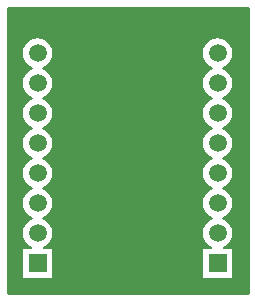
<source format=gbl>
%FSLAX25Y25*%
%MOIN*%
G70*
G01*
G75*
G04 Layer_Physical_Order=2*
G04 Layer_Color=16711680*
%ADD10R,0.05512X0.01772*%
%ADD11C,0.01575*%
%ADD12C,0.01000*%
%ADD13R,0.05906X0.05906*%
%ADD14C,0.05906*%
G36*
X510000Y305000D02*
X430000D01*
Y400000D01*
X510000D01*
Y305000D01*
D02*
G37*
%LPC*%
G36*
X440000Y389964D02*
X438715Y389795D01*
X437518Y389299D01*
X436490Y388510D01*
X435701Y387482D01*
X435205Y386285D01*
X435036Y385000D01*
X435205Y383715D01*
X435701Y382518D01*
X436490Y381490D01*
X437518Y380701D01*
X438592Y380257D01*
X438592Y380256D01*
Y379744D01*
X438592Y379743D01*
X437518Y379299D01*
X436490Y378510D01*
X435701Y377482D01*
X435205Y376285D01*
X435036Y375000D01*
X435205Y373715D01*
X435701Y372518D01*
X436490Y371490D01*
X437518Y370701D01*
X438592Y370257D01*
X438592Y370256D01*
Y369744D01*
X438592Y369743D01*
X437518Y369299D01*
X436490Y368510D01*
X435701Y367482D01*
X435205Y366285D01*
X435036Y365000D01*
X435205Y363715D01*
X435701Y362518D01*
X436490Y361490D01*
X437518Y360701D01*
X438592Y360257D01*
X438592Y360256D01*
Y359744D01*
X438592Y359743D01*
X437518Y359299D01*
X436490Y358510D01*
X435701Y357482D01*
X435205Y356285D01*
X435036Y355000D01*
X435205Y353715D01*
X435701Y352518D01*
X436490Y351490D01*
X437518Y350701D01*
X438592Y350257D01*
X438592Y350256D01*
Y349744D01*
X438592Y349743D01*
X437518Y349299D01*
X436490Y348510D01*
X435701Y347482D01*
X435205Y346285D01*
X435036Y345000D01*
X435205Y343715D01*
X435701Y342518D01*
X436490Y341490D01*
X437518Y340701D01*
X438592Y340257D01*
X438592Y340256D01*
Y339744D01*
X438592Y339743D01*
X437518Y339299D01*
X436490Y338510D01*
X435701Y337482D01*
X435205Y336285D01*
X435036Y335000D01*
X435205Y333715D01*
X435701Y332518D01*
X436490Y331490D01*
X437518Y330701D01*
X438592Y330257D01*
X438592Y330256D01*
Y329744D01*
X438592Y329743D01*
X437518Y329299D01*
X436490Y328510D01*
X435701Y327482D01*
X435205Y326285D01*
X435036Y325000D01*
X435205Y323715D01*
X435701Y322518D01*
X436490Y321490D01*
X437518Y320701D01*
X438194Y320421D01*
X438095Y319921D01*
X435079D01*
Y310079D01*
X444921D01*
Y319921D01*
X441905D01*
X441806Y320421D01*
X442482Y320701D01*
X443510Y321490D01*
X444299Y322518D01*
X444795Y323715D01*
X444964Y325000D01*
X444795Y326285D01*
X444299Y327482D01*
X443510Y328510D01*
X442482Y329299D01*
X441408Y329743D01*
X441408Y329744D01*
Y330256D01*
X441408Y330257D01*
X442482Y330701D01*
X443510Y331490D01*
X444299Y332518D01*
X444795Y333715D01*
X444964Y335000D01*
X444795Y336285D01*
X444299Y337482D01*
X443510Y338510D01*
X442482Y339299D01*
X441408Y339743D01*
X441408Y339744D01*
Y340256D01*
X441408Y340257D01*
X442482Y340701D01*
X443510Y341490D01*
X444299Y342518D01*
X444795Y343715D01*
X444964Y345000D01*
X444795Y346285D01*
X444299Y347482D01*
X443510Y348510D01*
X442482Y349299D01*
X441408Y349743D01*
X441408Y349744D01*
Y350256D01*
X441408Y350257D01*
X442482Y350701D01*
X443510Y351490D01*
X444299Y352518D01*
X444795Y353715D01*
X444964Y355000D01*
X444795Y356285D01*
X444299Y357482D01*
X443510Y358510D01*
X442482Y359299D01*
X441408Y359743D01*
X441408Y359744D01*
Y360256D01*
X441408Y360257D01*
X442482Y360701D01*
X443510Y361490D01*
X444299Y362518D01*
X444795Y363715D01*
X444964Y365000D01*
X444795Y366285D01*
X444299Y367482D01*
X443510Y368510D01*
X442482Y369299D01*
X441408Y369743D01*
X441408Y369744D01*
Y370256D01*
X441408Y370257D01*
X442482Y370701D01*
X443510Y371490D01*
X444299Y372518D01*
X444795Y373715D01*
X444964Y375000D01*
X444795Y376285D01*
X444299Y377482D01*
X443510Y378510D01*
X442482Y379299D01*
X441408Y379743D01*
X441408Y379744D01*
Y380256D01*
X441408Y380257D01*
X442482Y380701D01*
X443510Y381490D01*
X444299Y382518D01*
X444795Y383715D01*
X444964Y385000D01*
X444795Y386285D01*
X444299Y387482D01*
X443510Y388510D01*
X442482Y389299D01*
X441285Y389795D01*
X440000Y389964D01*
D02*
G37*
G36*
X500000D02*
X498715Y389795D01*
X497518Y389299D01*
X496490Y388510D01*
X495701Y387482D01*
X495205Y386285D01*
X495036Y385000D01*
X495205Y383715D01*
X495701Y382518D01*
X496490Y381490D01*
X497518Y380701D01*
X498592Y380257D01*
X498592Y380256D01*
Y379744D01*
X498592Y379743D01*
X497518Y379299D01*
X496490Y378510D01*
X495701Y377482D01*
X495205Y376285D01*
X495036Y375000D01*
X495205Y373715D01*
X495701Y372518D01*
X496490Y371490D01*
X497518Y370701D01*
X498592Y370257D01*
X498592Y370256D01*
Y369744D01*
X498592Y369743D01*
X497518Y369299D01*
X496490Y368510D01*
X495701Y367482D01*
X495205Y366285D01*
X495036Y365000D01*
X495205Y363715D01*
X495701Y362518D01*
X496490Y361490D01*
X497518Y360701D01*
X498592Y360257D01*
X498592Y360256D01*
Y359744D01*
X498592Y359743D01*
X497518Y359299D01*
X496490Y358510D01*
X495701Y357482D01*
X495205Y356285D01*
X495036Y355000D01*
X495205Y353715D01*
X495701Y352518D01*
X496490Y351490D01*
X497518Y350701D01*
X498592Y350257D01*
X498592Y350256D01*
Y349744D01*
X498592Y349743D01*
X497518Y349299D01*
X496490Y348510D01*
X495701Y347482D01*
X495205Y346285D01*
X495036Y345000D01*
X495205Y343715D01*
X495701Y342518D01*
X496490Y341490D01*
X497518Y340701D01*
X498592Y340257D01*
X498592Y340256D01*
Y339744D01*
X498592Y339743D01*
X497518Y339299D01*
X496490Y338510D01*
X495701Y337482D01*
X495205Y336285D01*
X495036Y335000D01*
X495205Y333715D01*
X495701Y332518D01*
X496490Y331490D01*
X497518Y330701D01*
X498592Y330257D01*
X498592Y330256D01*
Y329744D01*
X498592Y329743D01*
X497518Y329299D01*
X496490Y328510D01*
X495701Y327482D01*
X495205Y326285D01*
X495036Y325000D01*
X495205Y323715D01*
X495701Y322518D01*
X496490Y321490D01*
X497518Y320701D01*
X498194Y320421D01*
X498095Y319921D01*
X495079D01*
Y310079D01*
X504921D01*
Y319921D01*
X501905D01*
X501806Y320421D01*
X502482Y320701D01*
X503510Y321490D01*
X504299Y322518D01*
X504795Y323715D01*
X504964Y325000D01*
X504795Y326285D01*
X504299Y327482D01*
X503510Y328510D01*
X502482Y329299D01*
X501408Y329743D01*
X501408Y329744D01*
Y330256D01*
X501408Y330257D01*
X502482Y330701D01*
X503510Y331490D01*
X504299Y332518D01*
X504795Y333715D01*
X504964Y335000D01*
X504795Y336285D01*
X504299Y337482D01*
X503510Y338510D01*
X502482Y339299D01*
X501408Y339743D01*
X501408Y339744D01*
Y340256D01*
X501408Y340257D01*
X502482Y340701D01*
X503510Y341490D01*
X504299Y342518D01*
X504795Y343715D01*
X504964Y345000D01*
X504795Y346285D01*
X504299Y347482D01*
X503510Y348510D01*
X502482Y349299D01*
X501408Y349743D01*
X501408Y349744D01*
Y350256D01*
X501408Y350257D01*
X502482Y350701D01*
X503510Y351490D01*
X504299Y352518D01*
X504795Y353715D01*
X504964Y355000D01*
X504795Y356285D01*
X504299Y357482D01*
X503510Y358510D01*
X502482Y359299D01*
X501408Y359743D01*
X501408Y359744D01*
Y360256D01*
X501408Y360257D01*
X502482Y360701D01*
X503510Y361490D01*
X504299Y362518D01*
X504795Y363715D01*
X504964Y365000D01*
X504795Y366285D01*
X504299Y367482D01*
X503510Y368510D01*
X502482Y369299D01*
X501408Y369743D01*
X501408Y369744D01*
Y370256D01*
X501408Y370257D01*
X502482Y370701D01*
X503510Y371490D01*
X504299Y372518D01*
X504795Y373715D01*
X504964Y375000D01*
X504795Y376285D01*
X504299Y377482D01*
X503510Y378510D01*
X502482Y379299D01*
X501408Y379743D01*
X501408Y379744D01*
Y380256D01*
X501408Y380257D01*
X502482Y380701D01*
X503510Y381490D01*
X504299Y382518D01*
X504795Y383715D01*
X504964Y385000D01*
X504795Y386285D01*
X504299Y387482D01*
X503510Y388510D01*
X502482Y389299D01*
X501285Y389795D01*
X500000Y389964D01*
D02*
G37*
%LPD*%
D12*
X430000Y400000D02*
X510000D01*
Y305000D02*
Y400000D01*
X430000Y305000D02*
X510000D01*
X430000Y305000D02*
X430000Y305000D01*
X430000Y305000D02*
Y400000D01*
D13*
X500000Y315000D02*
D03*
X440000D02*
D03*
D14*
X500000Y325000D02*
D03*
Y335000D02*
D03*
Y345000D02*
D03*
Y355000D02*
D03*
Y365000D02*
D03*
Y375000D02*
D03*
Y385000D02*
D03*
X440000Y325000D02*
D03*
Y335000D02*
D03*
Y345000D02*
D03*
Y355000D02*
D03*
Y365000D02*
D03*
Y375000D02*
D03*
Y385000D02*
D03*
M02*

</source>
